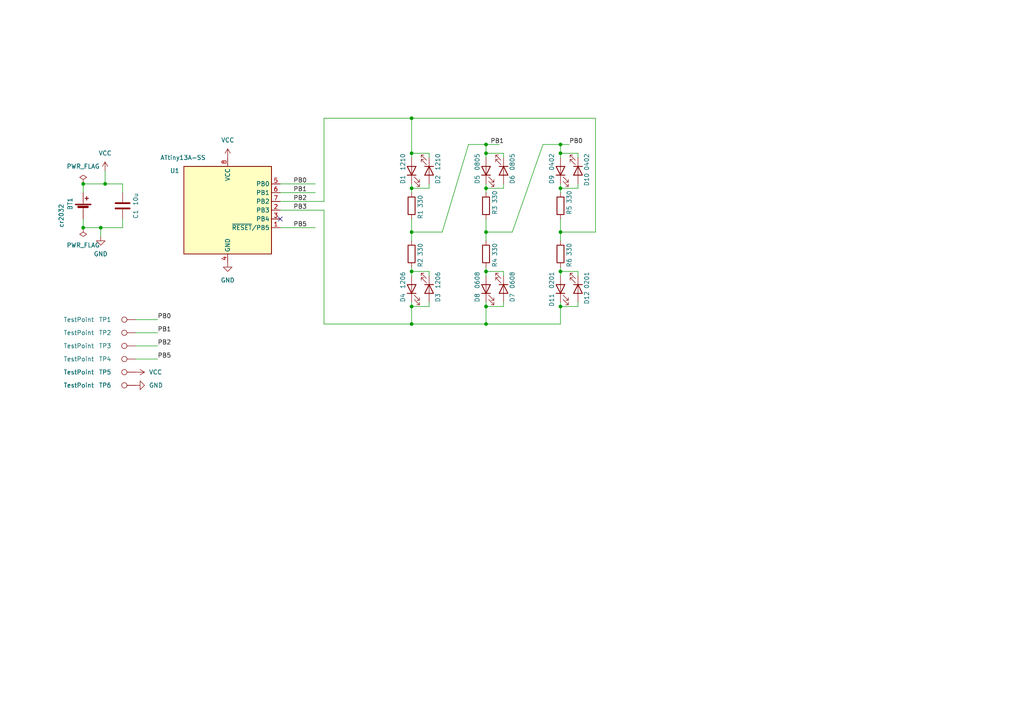
<source format=kicad_sch>
(kicad_sch (version 20211123) (generator eeschema)
  (paper "A4")
  (lib_symbols
    (symbol "Connector:TestPoint" (pin_numbers hide) (pin_names (offset 0.762) hide)
      (property "Reference" "TP" (at 0 6.858 0))
      (property "Value" "TestPoint" (at 0 5.08 0))
      (symbol "TestPoint_0_1"
        (circle (center 0 3.302) (radius 0.762))
      )
      (symbol "TestPoint_1_1"
        (pin passive line (at 0 0 90) (length 2.54) (name "1") (number "1"))
      )
    )
    (symbol "Device:Battery_Cell" (pin_numbers hide) (pin_names (offset 0) hide)
      (property "Reference" "BT" (at 2.54 2.54 0))
      (property "Value" "Battery_Cell" (at 2.54 0 0))
      (symbol "Battery_Cell_0_1"
        (rectangle (start -2.286 1.778) (end 2.286 1.524) (fill (type outline)))
        (rectangle (start -1.5748 1.1938) (end 1.4732 0.6858) (fill (type outline)))
        (polyline (pts (xy 0 0.762) (xy 0 0)))
        (polyline (pts (xy 0 1.778) (xy 0 2.54)))
        (polyline (pts (xy 0.508 3.429) (xy 1.524 3.429)) (stroke (width 0.254)))
        (polyline (pts (xy 1.016 3.937) (xy 1.016 2.921)) (stroke (width 0.254)))
      )
      (symbol "Battery_Cell_1_1"
        (pin passive line (at 0 5.08 270) (length 2.54) (name "+") (number "1"))
        (pin passive line (at 0 -2.54 90) (length 2.54) (name "-") (number "2"))
      )
    )
    (symbol "Device:C" (pin_numbers hide) (pin_names (offset 0.254))
      (property "Reference" "C" (at 0.635 2.54 0))
      (property "Value" "C" (at 0.635 -2.54 0))
      (symbol "C_0_1"
        (polyline (pts (xy -2.032 -0.762) (xy 2.032 -0.762)) (stroke (width 0.508)))
        (polyline (pts (xy -2.032 0.762) (xy 2.032 0.762)) (stroke (width 0.508)))
      )
      (symbol "C_1_1"
        (pin passive line (at 0 3.81 270) (length 2.794) (name "~") (number "1"))
        (pin passive line (at 0 -3.81 90) (length 2.794) (name "~") (number "2"))
      )
    )
    (symbol "Device:LED" (pin_numbers hide) (pin_names (offset 1.016) hide)
      (property "Reference" "D" (at 0 2.54 0))
      (property "Value" "LED" (at 0 -2.54 0))
      (symbol "LED_0_1"
        (polyline (pts (xy -1.27 -1.27) (xy -1.27 1.27)) (stroke (width 0.254)))
        (polyline (pts (xy -1.27 0) (xy 1.27 0)))
        (polyline (pts (xy 1.27 -1.27) (xy 1.27 1.27) (xy -1.27 0) (xy 1.27 -1.27)) (stroke (width 0.254)))
        (polyline (pts (xy -3.048 -0.762) (xy -4.572 -2.286) (xy -3.81 -2.286) (xy -4.572 -2.286) (xy -4.572 -1.524)))
        (polyline (pts (xy -1.778 -0.762) (xy -3.302 -2.286) (xy -2.54 -2.286) (xy -3.302 -2.286) (xy -3.302 -1.524)))
      )
      (symbol "LED_1_1"
        (pin passive line (at -3.81 0 0) (length 2.54) (name "K") (number "1"))
        (pin passive line (at 3.81 0 180) (length 2.54) (name "A") (number "2"))
      )
    )
    (symbol "Device:R" (pin_numbers hide) (pin_names (offset 0))
      (property "Reference" "R" (at 2.032 0 90))
      (property "Value" "R" (at 0 0 90))
      (symbol "R_0_1"
        (rectangle (start -1.016 -2.54) (end 1.016 2.54) (stroke (width 0.254)))
      )
      (symbol "R_1_1"
        (pin passive line (at 0 3.81 270) (length 1.27) (name "~") (number "1"))
        (pin passive line (at 0 -3.81 90) (length 1.27) (name "~") (number "2"))
      )
    )
    (symbol "MCU_Microchip_ATtiny:ATtiny13A-SS"
      (property "Reference" "U" (at -12.7 13.97 0))
      (property "Value" "ATtiny13A-SS" (at 2.54 -13.97 0))
      (symbol "ATtiny13A-SS_0_1"
        (rectangle (start -12.7 -12.7) (end 12.7 12.7) (stroke (width 0.254)) (fill (type background)))
      )
      (symbol "ATtiny13A-SS_1_1"
        (pin bidirectional line (at 15.24 -5.08 180) (length 2.54) (name "~{RESET}/PB5") (number "1"))
        (pin bidirectional line (at 15.24 0 180) (length 2.54) (name "PB3") (number "2"))
        (pin bidirectional line (at 15.24 -2.54 180) (length 2.54) (name "PB4") (number "3"))
        (pin power_in line (at 0 -15.24 90) (length 2.54) (name "GND") (number "4"))
        (pin bidirectional line (at 15.24 7.62 180) (length 2.54) (name "PB0") (number "5"))
        (pin bidirectional line (at 15.24 5.08 180) (length 2.54) (name "PB1") (number "6"))
        (pin bidirectional line (at 15.24 2.54 180) (length 2.54) (name "PB2") (number "7"))
        (pin power_in line (at 0 15.24 270) (length 2.54) (name "VCC") (number "8"))
      )
    )
    (symbol "power:GND" (power) (pin_names (offset 0))
      (property "Value" "GND" (at 0 -3.81 0))
      (symbol "GND_0_1"
        (polyline (pts (xy 0 0) (xy 0 -1.27) (xy 1.27 -1.27) (xy 0 -2.54) (xy -1.27 -1.27) (xy 0 -1.27)))
      )
      (symbol "GND_1_1"
        (pin power_in line (at 0 0 270) (length 0) hide (name "GND") (number "1"))
      )
    )
    (symbol "power:PWR_FLAG" (power) (pin_numbers hide) (pin_names (offset 0) hide)
      (property "Value" "PWR_FLAG" (at 0 3.81 0))
      (symbol "PWR_FLAG_0_0"
        (pin power_out line (at 0 0 90) (length 0) (name "pwr") (number "1"))
      )
      (symbol "PWR_FLAG_0_1"
        (polyline (pts (xy 0 0) (xy 0 1.27) (xy -1.016 1.905) (xy 0 2.54) (xy 1.016 1.905) (xy 0 1.27)))
      )
    )
    (symbol "power:VCC" (power) (pin_names (offset 0))
      (property "Value" "VCC" (at 0 3.81 0))
      (symbol "VCC_0_1"
        (polyline (pts (xy -0.762 1.27) (xy 0 2.54)))
        (polyline (pts (xy 0 0) (xy 0 2.54)))
        (polyline (pts (xy 0 2.54) (xy 0.762 1.27)))
      )
      (symbol "VCC_1_1"
        (pin power_in line (at 0 0 90) (length 0) hide (name "VCC") (number "1"))
      )
    )
  )
  (junction (at 140.97 54.61))
  (junction (at 24.13 53.34))
  (junction (at 24.13 66.04))
  (junction (at 140.97 93.98))
  (junction (at 162.56 78.74))
  (junction (at 140.97 44.45))
  (junction (at 162.56 41.91))
  (junction (at 140.97 67.31))
  (junction (at 29.21 66.04))
  (junction (at 140.97 88.9))
  (junction (at 119.38 67.31))
  (junction (at 140.97 78.74))
  (junction (at 162.56 44.45))
  (junction (at 162.56 54.61))
  (junction (at 119.38 93.98))
  (junction (at 119.38 44.45))
  (junction (at 119.38 34.29))
  (junction (at 119.38 88.9))
  (junction (at 140.97 41.91))
  (junction (at 30.48 53.34))
  (junction (at 119.38 78.74))
  (junction (at 119.38 54.61))
  (junction (at 162.56 88.9))
  (junction (at 162.56 67.31))
  (no_connect (at 81.28 63.5))
  (wire (pts (xy 140.97 41.91) (xy 144.78 41.91)))
  (wire (pts (xy 39.37 100.33) (xy 45.72 100.33)))
  (wire (pts (xy 35.56 66.04) (xy 29.21 66.04)))
  (wire (pts (xy 119.38 93.98) (xy 119.38 88.9)))
  (wire (pts (xy 167.64 80.01) (xy 167.64 78.74)))
  (wire (pts (xy 140.97 41.91) (xy 140.97 44.45)))
  (wire (pts (xy 81.28 66.04) (xy 91.44 66.04)))
  (wire (pts (xy 135.89 41.91) (xy 128.27 67.31)))
  (wire (pts (xy 140.97 88.9) (xy 140.97 93.98)))
  (wire (pts (xy 162.56 93.98) (xy 162.56 88.9)))
  (wire (pts (xy 35.56 53.34) (xy 35.56 55.88)))
  (wire (pts (xy 167.64 44.45) (xy 167.64 45.72)))
  (wire (pts (xy 24.13 63.5) (xy 24.13 66.04)))
  (wire (pts (xy 93.98 60.96) (xy 93.98 93.98)))
  (wire (pts (xy 162.56 67.31) (xy 172.72 67.31)))
  (wire (pts (xy 146.05 88.9) (xy 146.05 87.63)))
  (wire (pts (xy 140.97 88.9) (xy 146.05 88.9)))
  (wire (pts (xy 148.59 67.31) (xy 140.97 67.31)))
  (wire (pts (xy 162.56 53.34) (xy 162.56 54.61)))
  (wire (pts (xy 93.98 34.29) (xy 119.38 34.29)))
  (wire (pts (xy 146.05 54.61) (xy 146.05 53.34)))
  (wire (pts (xy 124.46 44.45) (xy 124.46 45.72)))
  (wire (pts (xy 124.46 80.01) (xy 124.46 78.74)))
  (wire (pts (xy 93.98 93.98) (xy 119.38 93.98)))
  (wire (pts (xy 119.38 34.29) (xy 119.38 44.45)))
  (wire (pts (xy 119.38 78.74) (xy 124.46 78.74)))
  (wire (pts (xy 81.28 60.96) (xy 93.98 60.96)))
  (wire (pts (xy 140.97 44.45) (xy 140.97 45.72)))
  (wire (pts (xy 162.56 41.91) (xy 157.48 41.91)))
  (wire (pts (xy 128.27 67.31) (xy 119.38 67.31)))
  (wire (pts (xy 119.38 88.9) (xy 124.46 88.9)))
  (wire (pts (xy 162.56 44.45) (xy 162.56 45.72)))
  (wire (pts (xy 119.38 93.98) (xy 140.97 93.98)))
  (wire (pts (xy 30.48 49.53) (xy 30.48 53.34)))
  (wire (pts (xy 35.56 63.5) (xy 35.56 66.04)))
  (wire (pts (xy 140.97 78.74) (xy 146.05 78.74)))
  (wire (pts (xy 81.28 58.42) (xy 93.98 58.42)))
  (wire (pts (xy 167.64 88.9) (xy 167.64 87.63)))
  (wire (pts (xy 29.21 66.04) (xy 29.21 68.58)))
  (wire (pts (xy 162.56 87.63) (xy 162.56 88.9)))
  (wire (pts (xy 162.56 44.45) (xy 167.64 44.45)))
  (wire (pts (xy 140.97 93.98) (xy 162.56 93.98)))
  (wire (pts (xy 162.56 54.61) (xy 167.64 54.61)))
  (wire (pts (xy 140.97 80.01) (xy 140.97 78.74)))
  (wire (pts (xy 140.97 87.63) (xy 140.97 88.9)))
  (wire (pts (xy 119.38 77.47) (xy 119.38 78.74)))
  (wire (pts (xy 119.38 44.45) (xy 119.38 45.72)))
  (wire (pts (xy 119.38 69.85) (xy 119.38 67.31)))
  (wire (pts (xy 140.97 54.61) (xy 140.97 55.88)))
  (wire (pts (xy 162.56 41.91) (xy 162.56 44.45)))
  (wire (pts (xy 140.97 77.47) (xy 140.97 78.74)))
  (wire (pts (xy 24.13 55.88) (xy 24.13 53.34)))
  (wire (pts (xy 39.37 92.71) (xy 45.72 92.71)))
  (wire (pts (xy 119.38 80.01) (xy 119.38 78.74)))
  (wire (pts (xy 119.38 87.63) (xy 119.38 88.9)))
  (wire (pts (xy 124.46 54.61) (xy 124.46 53.34)))
  (wire (pts (xy 162.56 63.5) (xy 162.56 67.31)))
  (wire (pts (xy 162.56 54.61) (xy 162.56 55.88)))
  (wire (pts (xy 162.56 78.74) (xy 167.64 78.74)))
  (wire (pts (xy 172.72 34.29) (xy 172.72 67.31)))
  (wire (pts (xy 146.05 78.74) (xy 146.05 80.01)))
  (wire (pts (xy 146.05 44.45) (xy 146.05 45.72)))
  (wire (pts (xy 119.38 54.61) (xy 119.38 55.88)))
  (wire (pts (xy 91.44 55.88) (xy 81.28 55.88)))
  (wire (pts (xy 140.97 54.61) (xy 146.05 54.61)))
  (wire (pts (xy 140.97 53.34) (xy 140.97 54.61)))
  (wire (pts (xy 162.56 67.31) (xy 162.56 69.85)))
  (wire (pts (xy 162.56 77.47) (xy 162.56 78.74)))
  (wire (pts (xy 93.98 58.42) (xy 93.98 34.29)))
  (wire (pts (xy 119.38 44.45) (xy 124.46 44.45)))
  (wire (pts (xy 119.38 34.29) (xy 172.72 34.29)))
  (wire (pts (xy 24.13 66.04) (xy 29.21 66.04)))
  (wire (pts (xy 119.38 63.5) (xy 119.38 67.31)))
  (wire (pts (xy 119.38 53.34) (xy 119.38 54.61)))
  (wire (pts (xy 39.37 96.52) (xy 45.72 96.52)))
  (wire (pts (xy 119.38 54.61) (xy 124.46 54.61)))
  (wire (pts (xy 30.48 53.34) (xy 35.56 53.34)))
  (wire (pts (xy 39.37 104.14) (xy 45.72 104.14)))
  (wire (pts (xy 157.48 41.91) (xy 148.59 67.31)))
  (wire (pts (xy 140.97 44.45) (xy 146.05 44.45)))
  (wire (pts (xy 140.97 67.31) (xy 140.97 69.85)))
  (wire (pts (xy 140.97 63.5) (xy 140.97 67.31)))
  (wire (pts (xy 24.13 53.34) (xy 30.48 53.34)))
  (wire (pts (xy 140.97 41.91) (xy 135.89 41.91)))
  (wire (pts (xy 162.56 80.01) (xy 162.56 78.74)))
  (wire (pts (xy 162.56 41.91) (xy 165.1 41.91)))
  (wire (pts (xy 81.28 53.34) (xy 91.44 53.34)))
  (wire (pts (xy 167.64 54.61) (xy 167.64 53.34)))
  (wire (pts (xy 162.56 88.9) (xy 167.64 88.9)))
  (wire (pts (xy 124.46 88.9) (xy 124.46 87.63)))
  (label "PB0" (at 85.09 53.34 0))
  (label "PB1" (at 45.72 96.52 0))
  (label "PB5" (at 85.09 66.04 0))
  (label "PB0" (at 45.72 92.71 0))
  (label "PB1" (at 85.09 55.88 0))
  (label "PB2" (at 45.72 100.33 0))
  (label "PB2" (at 85.09 58.42 0))
  (label "PB3" (at 85.09 60.96 0))
  (label "PB0" (at 165.1 41.91 0))
  (label "PB5" (at 45.72 104.14 0))
  (label "PB1" (at 142.24 41.91 0))
  (symbol (lib_id "MCU_Microchip_ATtiny:ATtiny13A-SS") (at 66.04 60.96 0) (unit 1)
    (property "Reference" "U1" (at 52.07 49.53 0) (effects (justify right)))
    (property "Value" "ATtiny13A-SS" (at 59.69 45.72 0) (effects (justify right)))
    (property "Footprint" "Package_SO:SOIC-8_3.9x4.9mm_P1.27mm" (effects hide))
    (property "Datasheet" "http://ww1.microchip.com/downloads/en/DeviceDoc/doc8126.pdf" (effects hide))
    (property "LCSC" "C14075" (effects hide))
  )
  (symbol (lib_id "Connector:TestPoint") (at 39.37 111.76 90) (unit 1)
    (property "Reference" "TP6" (at 30.48 111.76 90))
    (property "Value" "TestPoint" (at 22.86 111.76 90))
    (property "Footprint" "TestPoint:TestPoint_Pad_D1.5mm" (effects hide))
  )
  (symbol (lib_id "power:VCC") (at 39.37 107.95 270) (unit 1)
    (property "Reference" "#PWR05" (effects hide))
    (property "Value" "VCC" (at 43.18 107.9499 90) (effects (justify left)))
  )
  (symbol (lib_id "Device:R") (at 140.97 59.69 0) (unit 1)
    (property "Reference" "R3" (at 143.51 60.96 90))
    (property "Value" "330" (at 143.51 57.15 90))
    (property "Footprint" "Resistor_SMD:R_0805_2012Metric_Pad1.20x1.40mm_HandSolder" (effects hide))
  )
  (symbol (lib_id "power:GND") (at 66.04 76.2 0) (unit 1)
    (property "Reference" "#PWR04" (effects hide))
    (property "Value" "GND" (at 66.04 81.28 0))
  )
  (symbol (lib_id "Device:LED") (at 167.64 83.82 270) (unit 1)
    (property "Reference" "D12" (at 170.18 86.36 0))
    (property "Value" "0201" (at 170.18 81.28 0))
    (property "Footprint" "LED_SMD:LED_0201_0603Metric_Pad0.64x0.40mm_HandSolder" (effects hide))
  )
  (symbol (lib_id "Device:LED") (at 124.46 83.82 270) (unit 1)
    (property "Reference" "D3" (at 127 86.36 0))
    (property "Value" "1206" (at 127 81.28 0))
    (property "Footprint" "LED_SMD:LED_1206_3216Metric_Pad1.42x1.75mm_HandSolder" (effects hide))
  )
  (symbol (lib_id "Device:LED") (at 162.56 83.82 90) (unit 1)
    (property "Reference" "D11" (at 160.02 85.09 0) (effects (justify right)))
    (property "Value" "0201" (at 160.02 78.74 0) (effects (justify right)))
    (property "Footprint" "LED_SMD:LED_0201_0603Metric_Pad0.64x0.40mm_HandSolder" (effects hide))
  )
  (symbol (lib_id "Device:R") (at 119.38 59.69 0) (unit 1)
    (property "Reference" "R1" (at 121.92 62.23 90))
    (property "Value" "330" (at 121.92 58.42 90))
    (property "Footprint" "Resistor_SMD:R_1210_3225Metric_Pad1.30x2.65mm_HandSolder" (effects hide))
  )
  (symbol (lib_id "Connector:TestPoint") (at 39.37 107.95 90) (unit 1)
    (property "Reference" "TP5" (at 30.48 107.95 90))
    (property "Value" "TestPoint" (at 22.86 107.95 90))
    (property "Footprint" "TestPoint:TestPoint_Pad_D1.5mm" (effects hide))
  )
  (symbol (lib_id "Connector:TestPoint") (at 39.37 104.14 90) (unit 1)
    (property "Reference" "TP4" (at 30.48 104.14 90))
    (property "Value" "TestPoint" (at 22.86 104.14 90))
    (property "Footprint" "TestPoint:TestPoint_Pad_D1.5mm" (effects hide))
  )
  (symbol (lib_id "Device:LED") (at 124.46 49.53 270) (unit 1)
    (property "Reference" "D2" (at 127 52.07 0))
    (property "Value" "1210" (at 127 46.99 0))
    (property "Footprint" "LED_SMD:LED_1210_3225Metric_Pad1.42x2.65mm_HandSolder" (effects hide))
  )
  (symbol (lib_id "Device:C") (at 35.56 59.69 0) (unit 1)
    (property "Reference" "C1" (at 39.37 63.5 90) (effects (justify left)))
    (property "Value" "10u" (at 39.37 59.69 90) (effects (justify left)))
    (property "Footprint" "Capacitor_SMD:C_0805_2012Metric_Pad1.18x1.45mm_HandSolder" (effects hide))
  )
  (symbol (lib_id "Connector:TestPoint") (at 39.37 100.33 90) (unit 1)
    (property "Reference" "TP3" (at 30.48 100.33 90))
    (property "Value" "TestPoint" (at 22.86 100.33 90))
    (property "Footprint" "TestPoint:TestPoint_Pad_D1.5mm" (effects hide))
  )
  (symbol (lib_id "power:PWR_FLAG") (at 24.13 53.34 0) (unit 1)
    (property "Reference" "#FLG01" (effects hide))
    (property "Value" "PWR_FLAG" (at 24.13 48.26 0))
  )
  (symbol (lib_id "Device:Battery_Cell") (at 24.13 60.96 0) (unit 1)
    (property "Reference" "BT1" (at 20.32 60.96 90) (effects (justify left)))
    (property "Value" "cr2032" (at 17.78 66.04 90) (effects (justify left)))
    (property "Footprint" "Battery:BatteryHolder_Keystone_1060_1x2032" (effects hide))
  )
  (symbol (lib_id "Device:LED") (at 119.38 83.82 90) (unit 1)
    (property "Reference" "D4" (at 116.84 86.36 0))
    (property "Value" "1206" (at 116.84 81.28 0))
    (property "Footprint" "LED_SMD:LED_1206_3216Metric_Pad1.42x1.75mm_HandSolder" (effects hide))
  )
  (symbol (lib_id "Device:LED") (at 162.56 49.53 90) (unit 1)
    (property "Reference" "D9" (at 160.02 52.07 0))
    (property "Value" "0402" (at 160.02 46.99 0))
    (property "Footprint" "LED_SMD:LED_0402_1005Metric_Pad0.77x0.64mm_HandSolder" (effects hide))
  )
  (symbol (lib_id "Device:LED") (at 146.05 49.53 270) (unit 1)
    (property "Reference" "D6" (at 148.59 52.07 0))
    (property "Value" "0805" (at 148.59 46.99 0))
    (property "Footprint" "LED_SMD:LED_0805_2012Metric_Pad1.15x1.40mm_HandSolder" (effects hide))
  )
  (symbol (lib_id "Device:R") (at 140.97 73.66 180) (unit 1)
    (property "Reference" "R4" (at 143.51 76.2 90))
    (property "Value" "330" (at 143.51 72.39 90))
    (property "Footprint" "Resistor_SMD:R_0603_1608Metric_Pad0.98x0.95mm_HandSolder" (effects hide))
  )
  (symbol (lib_id "Connector:TestPoint") (at 39.37 96.52 90) (unit 1)
    (property "Reference" "TP2" (at 30.48 96.52 90))
    (property "Value" "TestPoint" (at 22.86 96.52 90))
    (property "Footprint" "TestPoint:TestPoint_Pad_D1.5mm" (effects hide))
  )
  (symbol (lib_id "Device:LED") (at 140.97 83.82 90) (unit 1)
    (property "Reference" "D8" (at 138.43 86.36 0))
    (property "Value" "0608" (at 138.43 81.28 0))
    (property "Footprint" "LED_SMD:LED_0603_1608Metric_Pad1.05x0.95mm_HandSolder" (effects hide))
  )
  (symbol (lib_id "Device:R") (at 162.56 59.69 0) (unit 1)
    (property "Reference" "R5" (at 165.1 60.96 90))
    (property "Value" "330" (at 165.1 57.15 90))
    (property "Footprint" "Resistor_SMD:R_0402_1005Metric_Pad0.72x0.64mm_HandSolder" (effects hide))
  )
  (symbol (lib_id "Device:LED") (at 119.38 49.53 90) (unit 1)
    (property "Reference" "D1" (at 116.84 52.07 0))
    (property "Value" "1210" (at 116.84 46.99 0))
    (property "Footprint" "LED_SMD:LED_1210_3225Metric_Pad1.42x2.65mm_HandSolder" (effects hide))
  )
  (symbol (lib_id "power:GND") (at 29.21 68.58 0) (unit 1)
    (property "Reference" "#PWR03" (effects hide))
    (property "Value" "GND" (at 29.21 73.66 0))
  )
  (symbol (lib_id "Device:LED") (at 146.05 83.82 270) (unit 1)
    (property "Reference" "D7" (at 148.59 86.36 0))
    (property "Value" "0608" (at 148.59 81.28 0))
    (property "Footprint" "LED_SMD:LED_0603_1608Metric_Pad1.05x0.95mm_HandSolder" (effects hide))
  )
  (symbol (lib_id "Device:LED") (at 167.64 49.53 270) (unit 1)
    (property "Reference" "D10" (at 170.18 52.07 0))
    (property "Value" "0402" (at 170.18 46.99 0))
    (property "Footprint" "LED_SMD:LED_0402_1005Metric_Pad0.77x0.64mm_HandSolder" (effects hide))
  )
  (symbol (lib_id "power:VCC") (at 30.48 49.53 0) (unit 1)
    (property "Reference" "#PWR02" (effects hide))
    (property "Value" "VCC" (at 30.48 44.45 0))
  )
  (symbol (lib_id "power:PWR_FLAG") (at 24.13 66.04 180) (unit 1)
    (property "Reference" "#FLG02" (effects hide))
    (property "Value" "PWR_FLAG" (at 24.13 71.12 0))
  )
  (symbol (lib_id "Device:R") (at 162.56 73.66 180) (unit 1)
    (property "Reference" "R6" (at 165.1 76.2 90))
    (property "Value" "330" (at 165.1 72.39 90))
    (property "Footprint" "Resistor_SMD:R_0201_0603Metric_Pad0.64x0.40mm_HandSolder" (effects hide))
  )
  (symbol (lib_id "power:GND") (at 39.37 111.76 90) (unit 1)
    (property "Reference" "#PWR06" (effects hide))
    (property "Value" "GND" (at 43.18 111.7599 90) (effects (justify right)))
  )
  (symbol (lib_id "Device:R") (at 119.38 73.66 180) (unit 1)
    (property "Reference" "R2" (at 121.92 76.2 90))
    (property "Value" "330" (at 121.92 72.39 90))
    (property "Footprint" "Resistor_SMD:R_1206_3216Metric_Pad1.30x1.75mm_HandSolder" (effects hide))
  )
  (symbol (lib_id "power:VCC") (at 66.04 45.72 0) (unit 1)
    (property "Reference" "#PWR01" (effects hide))
    (property "Value" "VCC" (at 66.04 40.64 0))
  )
  (symbol (lib_id "Connector:TestPoint") (at 39.37 92.71 90) (unit 1)
    (property "Reference" "TP1" (at 30.48 92.71 90))
    (property "Value" "TestPoint" (at 22.86 92.71 90))
    (property "Footprint" "TestPoint:TestPoint_Pad_D1.5mm" (effects hide))
  )
  (symbol (lib_id "Device:LED") (at 140.97 49.53 90) (unit 1)
    (property "Reference" "D5" (at 138.43 52.07 0))
    (property "Value" "0805" (at 138.43 46.99 0))
    (property "Footprint" "LED_SMD:LED_0805_2012Metric_Pad1.15x1.40mm_HandSolder" (effects hide))
  )
)
</source>
